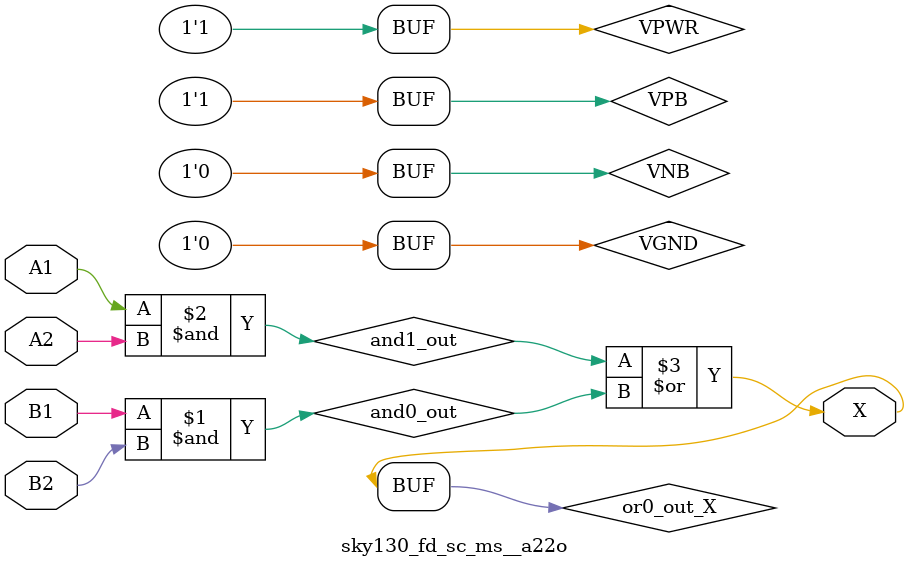
<source format=v>
/*
 * Copyright 2020 The SkyWater PDK Authors
 *
 * Licensed under the Apache License, Version 2.0 (the "License");
 * you may not use this file except in compliance with the License.
 * You may obtain a copy of the License at
 *
 *     https://www.apache.org/licenses/LICENSE-2.0
 *
 * Unless required by applicable law or agreed to in writing, software
 * distributed under the License is distributed on an "AS IS" BASIS,
 * WITHOUT WARRANTIES OR CONDITIONS OF ANY KIND, either express or implied.
 * See the License for the specific language governing permissions and
 * limitations under the License.
 *
 * SPDX-License-Identifier: Apache-2.0
*/


`ifndef SKY130_FD_SC_MS__A22O_BEHAVIORAL_V
`define SKY130_FD_SC_MS__A22O_BEHAVIORAL_V

/**
 * a22o: 2-input AND into both inputs of 2-input OR.
 *
 *       X = ((A1 & A2) | (B1 & B2))
 *
 * Verilog simulation functional model.
 */

`timescale 1ns / 1ps
`default_nettype none

`celldefine
module sky130_fd_sc_ms__a22o (
    X ,
    A1,
    A2,
    B1,
    B2
);

    // Module ports
    output X ;
    input  A1;
    input  A2;
    input  B1;
    input  B2;

    // Module supplies
    supply1 VPWR;
    supply0 VGND;
    supply1 VPB ;
    supply0 VNB ;

    // Local signals
    wire and0_out ;
    wire and1_out ;
    wire or0_out_X;

    //  Name  Output     Other arguments
    and and0 (and0_out , B1, B2            );
    and and1 (and1_out , A1, A2            );
    or  or0  (or0_out_X, and1_out, and0_out);
    buf buf0 (X        , or0_out_X         );

endmodule
`endcelldefine

`default_nettype wire
`endif  // SKY130_FD_SC_MS__A22O_BEHAVIORAL_V
</source>
